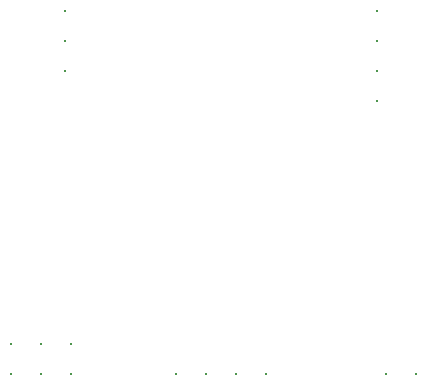
<source format=gts>
%FSLAX25Y25*%
%MOIN*%
G70*
G01*
G75*
G04 Layer_Color=8388736*
%ADD10C,0.02000*%
%ADD11O,0.07000X0.09000*%
%ADD12C,0.07000*%
%ADD13O,0.09000X0.07000*%
%ADD14C,0.06693*%
%ADD15C,0.01000*%
%ADD16C,0.00787*%
%ADD17C,0.01500*%
%ADD18C,0.00800*%
D18*
X245000Y146000D02*
D03*
X255000D02*
D03*
X175000D02*
D03*
X185000D02*
D03*
X195000D02*
D03*
X205000D02*
D03*
X140000Y156000D02*
D03*
Y146000D02*
D03*
X130000Y156000D02*
D03*
X120000D02*
D03*
Y146000D02*
D03*
X130000D02*
D03*
X138000Y257008D02*
D03*
Y247008D02*
D03*
Y267008D02*
D03*
X242000Y256929D02*
D03*
Y266929D02*
D03*
Y246929D02*
D03*
Y236929D02*
D03*
M02*

</source>
